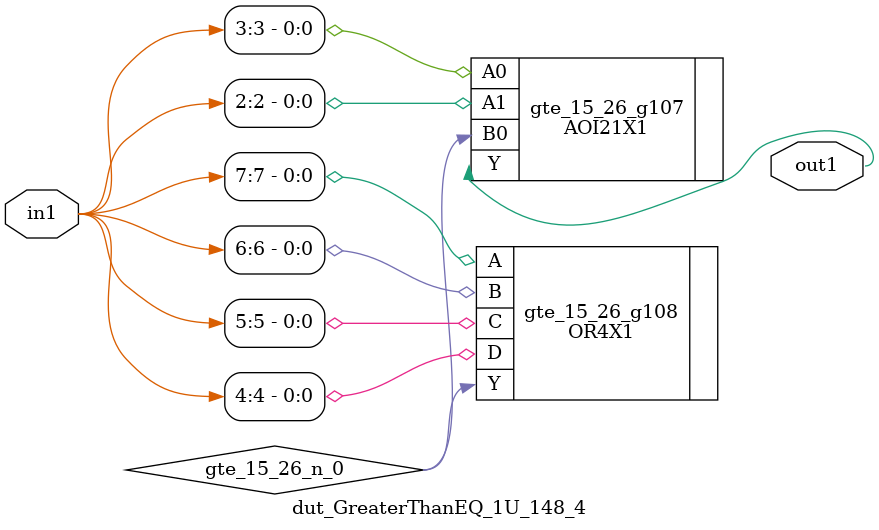
<source format=v>
`timescale 1ps / 1ps


module dut_GreaterThanEQ_1U_148_4(in1, out1);
  input [7:0] in1;
  output out1;
  wire [7:0] in1;
  wire out1;
  wire gte_15_26_n_0;
  AOI21X1 gte_15_26_g107(.A0 (in1[3]), .A1 (in1[2]), .B0
       (gte_15_26_n_0), .Y (out1));
  OR4X1 gte_15_26_g108(.A (in1[7]), .B (in1[6]), .C (in1[5]), .D
       (in1[4]), .Y (gte_15_26_n_0));
endmodule



</source>
